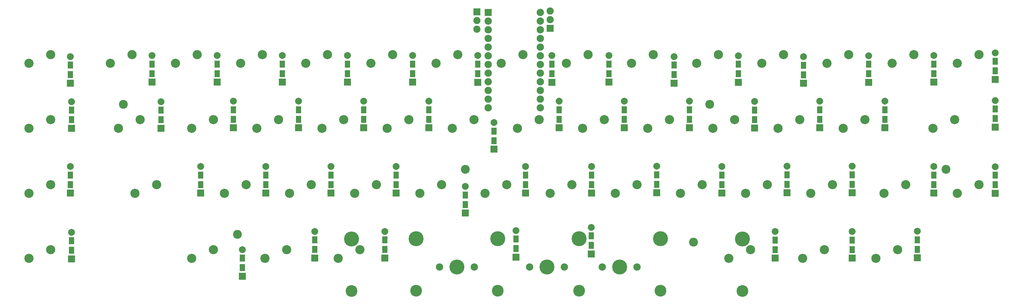
<source format=gts>
G04 #@! TF.GenerationSoftware,KiCad,Pcbnew,(5.1.2)-1*
G04 #@! TF.CreationDate,2020-06-05T12:30:06-05:00*
G04 #@! TF.ProjectId,Nightmare compact,4e696768-746d-4617-9265-20636f6d7061,rev?*
G04 #@! TF.SameCoordinates,Original*
G04 #@! TF.FileFunction,Soldermask,Top*
G04 #@! TF.FilePolarity,Negative*
%FSLAX46Y46*%
G04 Gerber Fmt 4.6, Leading zero omitted, Abs format (unit mm)*
G04 Created by KiCad (PCBNEW (5.1.2)-1) date 2020-06-05 12:30:06*
%MOMM*%
%LPD*%
G04 APERTURE LIST*
%ADD10O,2.100000X2.100000*%
%ADD11R,2.100000X2.100000*%
%ADD12R,1.600000X2.000000*%
%ADD13C,2.000000*%
%ADD14R,2.000000X2.000000*%
%ADD15C,2.686000*%
%ADD16C,2.600000*%
%ADD17C,4.387800*%
%ADD18C,3.448000*%
%ADD19C,2.150000*%
%ADD20R,2.152600X2.152600*%
%ADD21C,2.152600*%
G04 APERTURE END LIST*
D10*
X335756250Y-92551250D03*
X335756250Y-95091250D03*
D11*
X335756250Y-97631250D03*
D10*
X314325000Y-97948750D03*
X314325000Y-95408750D03*
D11*
X314325000Y-92868750D03*
D12*
X325751184Y-162217066D03*
X325751184Y-159417066D03*
D13*
X325751184Y-156917066D03*
D14*
X325751184Y-164717066D03*
D15*
X189738000Y-162528250D03*
X183388000Y-165068250D03*
D16*
X377656084Y-160359866D03*
X382418584Y-119910366D03*
X451493884Y-138960366D03*
D14*
X287397184Y-164971066D03*
D13*
X287397184Y-157171066D03*
D12*
X287397184Y-159671066D03*
X287397184Y-162471066D03*
D15*
X437367944Y-162528250D03*
X431017944Y-165068250D03*
D16*
X310993784Y-138960366D03*
D14*
X401544784Y-164996466D03*
D13*
X401544784Y-157196466D03*
D12*
X401544784Y-159696466D03*
X401544784Y-162496466D03*
D16*
X210981284Y-119897666D03*
D15*
X454830424Y-146018266D03*
X461180424Y-143478266D03*
D16*
X244306084Y-158010366D03*
D15*
X220674376Y-143478266D03*
X214324376Y-146018266D03*
X380217992Y-143478266D03*
X373867992Y-146018266D03*
X354818008Y-146018266D03*
X361168008Y-143478266D03*
X240518104Y-146018266D03*
X246868104Y-143478266D03*
X258754496Y-162528250D03*
X252404496Y-165068250D03*
X418317960Y-143478266D03*
X411967960Y-146018266D03*
X435780440Y-107918298D03*
X442130440Y-105378298D03*
X335768024Y-146018266D03*
X342118024Y-143478266D03*
X183368152Y-146018266D03*
X189718152Y-143478266D03*
X323068040Y-143478266D03*
X316718040Y-146018266D03*
X439749192Y-143478266D03*
X433399192Y-146018266D03*
X304018056Y-143478266D03*
X297668056Y-146018266D03*
X237343112Y-162528250D03*
X230993112Y-165068250D03*
X284968072Y-143478266D03*
X278618072Y-146018266D03*
X409586712Y-165068250D03*
X415936712Y-162528250D03*
X392917976Y-146018266D03*
X399267976Y-143478266D03*
X265918088Y-143478266D03*
X259568088Y-146018266D03*
D12*
X257424968Y-108134858D03*
X257424968Y-110934858D03*
D13*
X257424968Y-105634858D03*
D14*
X257424968Y-113434858D03*
X409824840Y-113793458D03*
D13*
X409824840Y-105993458D03*
D12*
X409824840Y-111293458D03*
X409824840Y-108493458D03*
D14*
X295524936Y-113434858D03*
D13*
X295524936Y-105634858D03*
D12*
X295524936Y-110934858D03*
X295524936Y-108134858D03*
X281237448Y-121529378D03*
X281237448Y-124329378D03*
D13*
X281237448Y-119029378D03*
D14*
X281237448Y-126829378D03*
X319337416Y-133080154D03*
D13*
X319337416Y-125280154D03*
D12*
X319337416Y-130580154D03*
X319337416Y-127780154D03*
X300287432Y-121529378D03*
X300287432Y-124329378D03*
D13*
X300287432Y-119029378D03*
D14*
X300287432Y-126829378D03*
X262187464Y-126829378D03*
D13*
X262187464Y-119029378D03*
D12*
X262187464Y-124329378D03*
X262187464Y-121529378D03*
X243137480Y-121529378D03*
X243137480Y-124329378D03*
D13*
X243137480Y-119029378D03*
D14*
X243137480Y-126829378D03*
X352972544Y-113434858D03*
D13*
X352972544Y-105634858D03*
D12*
X352972544Y-110934858D03*
X352972544Y-108134858D03*
X390774856Y-108195802D03*
X390774856Y-110995802D03*
D13*
X390774856Y-105695802D03*
D14*
X390774856Y-113495802D03*
D12*
X314574920Y-108165330D03*
X314574920Y-110965330D03*
D13*
X314574920Y-105665330D03*
D14*
X314574920Y-113465330D03*
X372022528Y-113732514D03*
D13*
X372022528Y-105932514D03*
D12*
X372022528Y-111232514D03*
X372022528Y-108432514D03*
X336303808Y-108165330D03*
X336303808Y-110965330D03*
D13*
X336303808Y-105665330D03*
D14*
X336303808Y-113465330D03*
D12*
X276474952Y-108134858D03*
X276474952Y-110934858D03*
D13*
X276474952Y-105634858D03*
D14*
X276474952Y-113434858D03*
X222003904Y-126948130D03*
D13*
X222003904Y-119148130D03*
D12*
X222003904Y-124448130D03*
X222003904Y-121648130D03*
X428874824Y-108195802D03*
X428874824Y-110995802D03*
D13*
X428874824Y-105695802D03*
D14*
X428874824Y-113495802D03*
D12*
X195810176Y-121648130D03*
X195810176Y-124448130D03*
D13*
X195810176Y-119148130D03*
D14*
X195810176Y-126948130D03*
D12*
X465931250Y-107343750D03*
X465931250Y-110143750D03*
D13*
X465931250Y-104843750D03*
D14*
X465931250Y-112643750D03*
D17*
X391965528Y-159353250D03*
X277665528Y-159353250D03*
D18*
X391965528Y-174593250D03*
X277665528Y-174593250D03*
D19*
X339895528Y-167608250D03*
X329735528Y-167608250D03*
D17*
X334815528Y-167608250D03*
X320410834Y-159343866D03*
X296598334Y-159343866D03*
D18*
X320410834Y-174583866D03*
X296598334Y-174583866D03*
D19*
X313584584Y-167598866D03*
X303424584Y-167598866D03*
D17*
X308504584Y-167598866D03*
X368035834Y-159343866D03*
X344223334Y-159343866D03*
D18*
X368035834Y-174583866D03*
X344223334Y-174583866D03*
D19*
X361209584Y-167598866D03*
X351049584Y-167598866D03*
D17*
X356129584Y-167598866D03*
D12*
X347750184Y-158480266D03*
X347750184Y-161280266D03*
D13*
X347750184Y-155980266D03*
D14*
X347750184Y-163780266D03*
D15*
X245280600Y-107918298D03*
X251630600Y-105378298D03*
X226230616Y-107918298D03*
X232580616Y-105378298D03*
D14*
X465931250Y-145998114D03*
D13*
X465931250Y-138198114D03*
D12*
X465931250Y-143498114D03*
X465931250Y-140698114D03*
X443162312Y-159629346D03*
X443162312Y-162429346D03*
D13*
X443162312Y-157129346D03*
D14*
X443162312Y-164929346D03*
D12*
X447924808Y-140640306D03*
X447924808Y-143440306D03*
D13*
X447924808Y-138140306D03*
D14*
X447924808Y-145940306D03*
D12*
X195810176Y-159927002D03*
X195810176Y-162727002D03*
D13*
X195810176Y-157427002D03*
D14*
X195810176Y-165227002D03*
X424112328Y-164990290D03*
D13*
X424112328Y-157190290D03*
D12*
X424112328Y-162490290D03*
X424112328Y-159690290D03*
X245750184Y-164980266D03*
X245750184Y-167780266D03*
D13*
X245750184Y-162480266D03*
D14*
X245750184Y-170280266D03*
X266949960Y-164959818D03*
D13*
X266949960Y-157159818D03*
D12*
X266949960Y-162459818D03*
X266949960Y-159659818D03*
D14*
X424112328Y-145879362D03*
D13*
X424112328Y-138079362D03*
D12*
X424112328Y-143379362D03*
X424112328Y-140579362D03*
D15*
X207180632Y-107918298D03*
X213530632Y-105378298D03*
X321480536Y-107918298D03*
X327830536Y-105378298D03*
X308780552Y-105378298D03*
X302430552Y-107918298D03*
X289730568Y-105378298D03*
X283380568Y-107918298D03*
D14*
X465931250Y-126612500D03*
D13*
X465931250Y-118812500D03*
D12*
X465931250Y-124112500D03*
X465931250Y-121312500D03*
D15*
X264330584Y-107918298D03*
X270680584Y-105378298D03*
X183368309Y-107918391D03*
X189718309Y-105378391D03*
X189718152Y-124428282D03*
X183368152Y-126968282D03*
X359580504Y-107918298D03*
X365930504Y-105378298D03*
X423080456Y-105378298D03*
X416730456Y-107918298D03*
X461180424Y-105378298D03*
X454830424Y-107918298D03*
X209561880Y-126968282D03*
X215911880Y-124428282D03*
X326243032Y-126968282D03*
X332593032Y-124428282D03*
X269093080Y-126968282D03*
X275443080Y-124428282D03*
X384980488Y-105378298D03*
X378630488Y-107918298D03*
X313543048Y-124428282D03*
X307193048Y-126968282D03*
X288143064Y-126968282D03*
X294493064Y-124428282D03*
X346880520Y-105378298D03*
X340530520Y-107918298D03*
X397680472Y-107918298D03*
X404030472Y-105378298D03*
X250043096Y-126968282D03*
X256393096Y-124428282D03*
X408792968Y-124428282D03*
X402442968Y-126968282D03*
X383392984Y-126968282D03*
X389742984Y-124428282D03*
X351643016Y-124428282D03*
X345293016Y-126968282D03*
X370693000Y-124428282D03*
X364343000Y-126968282D03*
X237343112Y-124428282D03*
X230993112Y-126968282D03*
D14*
X376487368Y-126829378D03*
D13*
X376487368Y-119029378D03*
D12*
X376487368Y-124329378D03*
X376487368Y-121529378D03*
X414587336Y-121529378D03*
X414587336Y-124329378D03*
D13*
X414587336Y-119029378D03*
D14*
X414587336Y-126829378D03*
D12*
X405062344Y-140579362D03*
X405062344Y-143379362D03*
D13*
X405062344Y-138079362D03*
D14*
X405062344Y-145879362D03*
X366962376Y-145879362D03*
D13*
X366962376Y-138079362D03*
D12*
X366962376Y-143379362D03*
X366962376Y-140579362D03*
D14*
X252662472Y-145940306D03*
D13*
X252662472Y-138140306D03*
D12*
X252662472Y-143440306D03*
X252662472Y-140640306D03*
X395537352Y-121590322D03*
X395537352Y-124390322D03*
D13*
X395537352Y-119090322D03*
D14*
X395537352Y-126890322D03*
X338387400Y-126829378D03*
D13*
X338387400Y-119029378D03*
D12*
X338387400Y-124329378D03*
X338387400Y-121529378D03*
X433637320Y-121529378D03*
X433637320Y-124329378D03*
D13*
X433637320Y-119029378D03*
D14*
X433637320Y-126829378D03*
X447924808Y-113434858D03*
D13*
X447924808Y-105634858D03*
D12*
X447924808Y-110934858D03*
X447924808Y-108134858D03*
D14*
X328564752Y-145940306D03*
D13*
X328564752Y-138140306D03*
D12*
X328564752Y-143440306D03*
X328564752Y-140640306D03*
D14*
X357437384Y-126829378D03*
D13*
X357437384Y-119029378D03*
D12*
X357437384Y-124329378D03*
X357437384Y-121529378D03*
D14*
X195512520Y-145940306D03*
D13*
X195512520Y-138140306D03*
D12*
X195512520Y-143440306D03*
X195512520Y-140640306D03*
X311000184Y-146480266D03*
X311000184Y-149280266D03*
D13*
X311000184Y-143980266D03*
D14*
X311000184Y-151780266D03*
X290762440Y-145940306D03*
D13*
X290762440Y-138140306D03*
D12*
X290762440Y-143440306D03*
X290762440Y-140640306D03*
X233612488Y-140640306D03*
X233612488Y-143440306D03*
D13*
X233612488Y-138140306D03*
D14*
X233612488Y-145940306D03*
X386012360Y-145940306D03*
D13*
X386012360Y-138140306D03*
D12*
X386012360Y-143440306D03*
X386012360Y-140640306D03*
X271712456Y-140640306D03*
X271712456Y-143440306D03*
D13*
X271712456Y-138140306D03*
D14*
X271712456Y-145940306D03*
D12*
X347912392Y-140640306D03*
X347912392Y-143440306D03*
D13*
X347912392Y-138140306D03*
D14*
X347912392Y-145940306D03*
D15*
X280107384Y-162518866D03*
X273757384Y-165058866D03*
D12*
X195512520Y-108432514D03*
X195512520Y-111232514D03*
D13*
X195512520Y-105932514D03*
D14*
X195512520Y-113732514D03*
D15*
X427842952Y-124428282D03*
X421492952Y-126968282D03*
X394381984Y-162493466D03*
X388031984Y-165033466D03*
X454036680Y-124428282D03*
X447686680Y-126968282D03*
D20*
X317648584Y-92978746D03*
D21*
X317648584Y-95518746D03*
X317648584Y-98058746D03*
X317648584Y-100598746D03*
X317648584Y-103138746D03*
X317648584Y-105678746D03*
X317648584Y-108218746D03*
X317648584Y-110758746D03*
X317648584Y-113298746D03*
X317648584Y-115838746D03*
X317648584Y-118378746D03*
X332888584Y-120918746D03*
X332888584Y-118378746D03*
X332888584Y-115838746D03*
X332888584Y-113298746D03*
X332888584Y-110758746D03*
X332888584Y-108218746D03*
X332888584Y-105678746D03*
X332888584Y-103138746D03*
X332888584Y-100598746D03*
X332888584Y-98058746D03*
X332888584Y-95518746D03*
X317648584Y-120918746D03*
X332888584Y-92978746D03*
D12*
X219325000Y-108134858D03*
X219325000Y-110934858D03*
D13*
X219325000Y-105634858D03*
D14*
X219325000Y-113434858D03*
D12*
X238374984Y-108134858D03*
X238374984Y-110934858D03*
D13*
X238374984Y-105634858D03*
D14*
X238374984Y-113434858D03*
M02*

</source>
